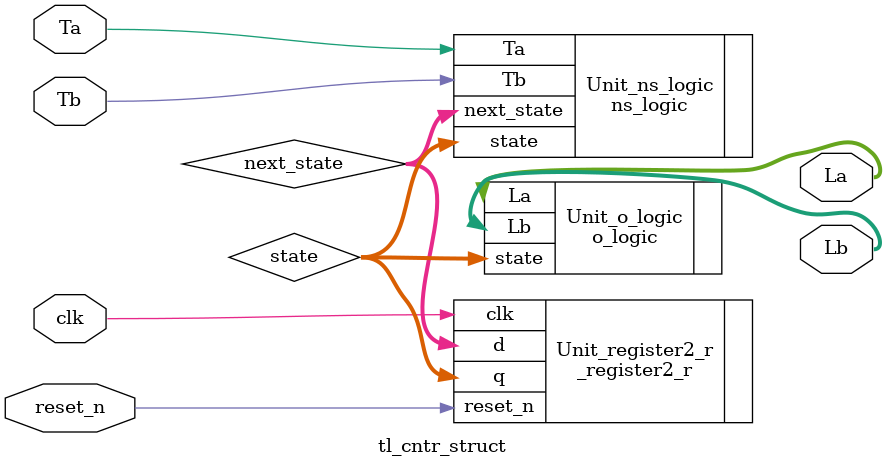
<source format=v>
module tl_cntr_struct(clk, reset_n, Ta, Tb, La, Lb);
	input clk, reset_n, Ta, Tb;
	output [1:0] La, Lb;
	
	wire [1:0] state, next_state;
	
	// instance structural traffic controller
	ns_logic Unit_ns_logic(.Ta(Ta), .Tb(Tb), .state(state), .next_state(next_state));
	_register2_r Unit_register2_r(.clk(clk), .reset_n(reset_n), .d(next_state), .q(state));
	o_logic Unit_o_logic(.state(state), .La(La), .Lb(Lb));
	
endmodule

</source>
